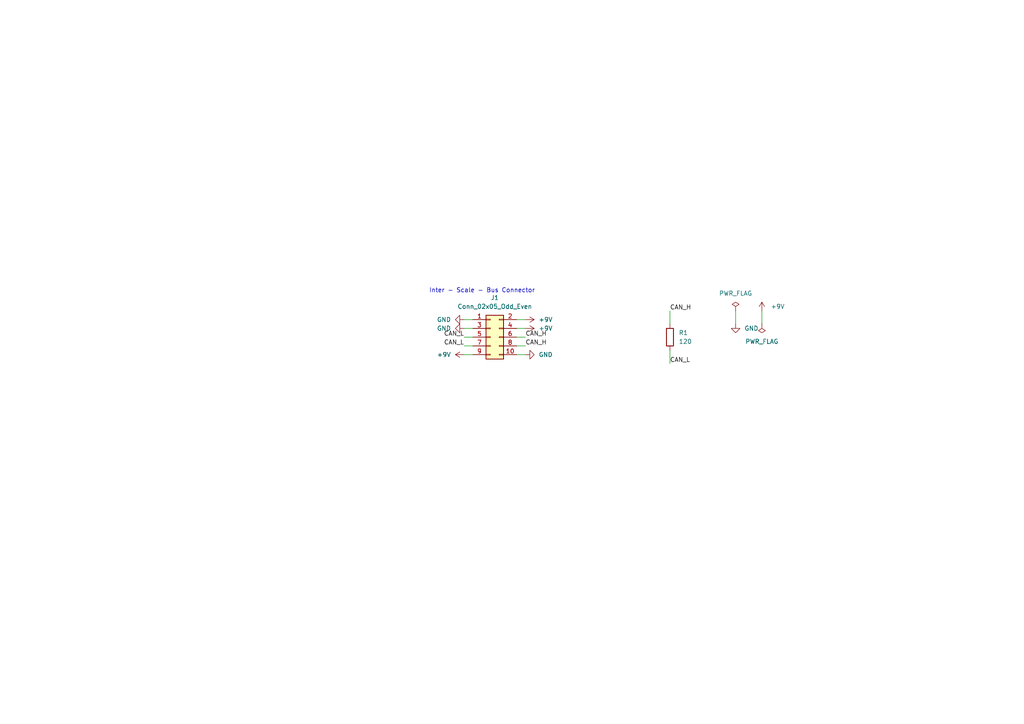
<source format=kicad_sch>
(kicad_sch (version 20211123) (generator eeschema)
  (paper "A4")
  (lib_symbols
    (symbol "Connector_Generic:Conn_02x05_Odd_Even" (pin_names (offset 1.016) hide)
      (property "Reference" "J" (at 1.27 7.62 0))
      (property "Value" "Conn_02x05_Odd_Even" (at 1.27 -7.62 0))
      (symbol "Conn_02x05_Odd_Even_1_1"
        (rectangle (start -1.27 -4.953) (end 0 -5.207) (stroke (width 0.1524)))
        (rectangle (start -1.27 -2.413) (end 0 -2.667) (stroke (width 0.1524)))
        (rectangle (start -1.27 0.127) (end 0 -0.127) (stroke (width 0.1524)))
        (rectangle (start -1.27 2.667) (end 0 2.413) (stroke (width 0.1524)))
        (rectangle (start -1.27 5.207) (end 0 4.953) (stroke (width 0.1524)))
        (rectangle (start -1.27 6.35) (end 3.81 -6.35) (stroke (width 0.254)) (fill (type background)))
        (rectangle (start 3.81 -4.953) (end 2.54 -5.207) (stroke (width 0.1524)))
        (rectangle (start 3.81 -2.413) (end 2.54 -2.667) (stroke (width 0.1524)))
        (rectangle (start 3.81 0.127) (end 2.54 -0.127) (stroke (width 0.1524)))
        (rectangle (start 3.81 2.667) (end 2.54 2.413) (stroke (width 0.1524)))
        (rectangle (start 3.81 5.207) (end 2.54 4.953) (stroke (width 0.1524)))
        (pin passive line (at -5.08 5.08 0) (length 3.81) (name "Pin_1") (number "1"))
        (pin passive line (at 7.62 -5.08 180) (length 3.81) (name "Pin_10") (number "10"))
        (pin passive line (at 7.62 5.08 180) (length 3.81) (name "Pin_2") (number "2"))
        (pin passive line (at -5.08 2.54 0) (length 3.81) (name "Pin_3") (number "3"))
        (pin passive line (at 7.62 2.54 180) (length 3.81) (name "Pin_4") (number "4"))
        (pin passive line (at -5.08 0 0) (length 3.81) (name "Pin_5") (number "5"))
        (pin passive line (at 7.62 0 180) (length 3.81) (name "Pin_6") (number "6"))
        (pin passive line (at -5.08 -2.54 0) (length 3.81) (name "Pin_7") (number "7"))
        (pin passive line (at 7.62 -2.54 180) (length 3.81) (name "Pin_8") (number "8"))
        (pin passive line (at -5.08 -5.08 0) (length 3.81) (name "Pin_9") (number "9"))
      )
    )
    (symbol "Device:R" (pin_numbers hide) (pin_names (offset 0))
      (property "Reference" "R" (at 2.032 0 90))
      (property "Value" "R" (at 0 0 90))
      (symbol "R_0_1"
        (rectangle (start -1.016 -2.54) (end 1.016 2.54) (stroke (width 0.254)))
      )
      (symbol "R_1_1"
        (pin passive line (at 0 3.81 270) (length 1.27) (name "~") (number "1"))
        (pin passive line (at 0 -3.81 90) (length 1.27) (name "~") (number "2"))
      )
    )
    (symbol "power:+9V" (power) (pin_names (offset 0))
      (property "Value" "+9V" (at 0 3.556 0))
      (symbol "+9V_0_1"
        (polyline (pts (xy -0.762 1.27) (xy 0 2.54)))
        (polyline (pts (xy 0 0) (xy 0 2.54)))
        (polyline (pts (xy 0 2.54) (xy 0.762 1.27)))
      )
      (symbol "+9V_1_1"
        (pin power_in line (at 0 0 90) (length 0) hide (name "+9V") (number "1"))
      )
    )
    (symbol "power:GND" (power) (pin_names (offset 0))
      (property "Value" "GND" (at 0 -3.81 0))
      (symbol "GND_0_1"
        (polyline (pts (xy 0 0) (xy 0 -1.27) (xy 1.27 -1.27) (xy 0 -2.54) (xy -1.27 -1.27) (xy 0 -1.27)))
      )
      (symbol "GND_1_1"
        (pin power_in line (at 0 0 270) (length 0) hide (name "GND") (number "1"))
      )
    )
    (symbol "power:PWR_FLAG" (power) (pin_numbers hide) (pin_names (offset 0) hide)
      (property "Value" "PWR_FLAG" (at 0 3.81 0))
      (symbol "PWR_FLAG_0_0"
        (pin power_out line (at 0 0 90) (length 0) (name "pwr") (number "1"))
      )
      (symbol "PWR_FLAG_0_1"
        (polyline (pts (xy 0 0) (xy 0 1.27) (xy -1.016 1.905) (xy 0 2.54) (xy 1.016 1.905) (xy 0 1.27)))
      )
    )
  )
  (wire (pts (xy 149.86 102.87) (xy 152.4 102.87)))
  (wire (pts (xy 149.86 95.25) (xy 152.4 95.25)))
  (wire (pts (xy 213.36 90.17) (xy 213.36 93.98)))
  (wire (pts (xy 134.62 97.79) (xy 137.16 97.79)))
  (wire (pts (xy 220.98 90.17) (xy 220.98 93.98)))
  (wire (pts (xy 134.62 92.71) (xy 137.16 92.71)))
  (wire (pts (xy 149.86 97.79) (xy 152.4 97.79)))
  (wire (pts (xy 149.86 92.71) (xy 152.4 92.71)))
  (wire (pts (xy 194.31 101.6) (xy 194.31 105.41)))
  (wire (pts (xy 134.62 100.33) (xy 137.16 100.33)))
  (wire (pts (xy 134.62 95.25) (xy 137.16 95.25)))
  (wire (pts (xy 149.86 100.33) (xy 152.4 100.33)))
  (wire (pts (xy 194.31 90.17) (xy 194.31 93.98)))
  (wire (pts (xy 134.62 102.87) (xy 137.16 102.87)))
  (text "Inter - Scale - Bus Connector" (at 124.46 85.09 0) (effects (font (size 1.27 1.27)) (justify left bottom)))
  (label "CAN_L" (at 134.62 97.79 180))
  (label "CAN_H" (at 152.4 97.79 0))
  (label "CAN_L" (at 134.62 100.33 180))
  (label "CAN_L" (at 194.31 105.41 0))
  (label "CAN_H" (at 152.4 100.33 0))
  (label "CAN_H" (at 194.31 90.17 0))
  (symbol (lib_id "power:+9V") (at 220.98 90.17 0) (unit 1)
    (property "Reference" "#PWR0101" (effects hide))
    (property "Value" "+9V" (at 223.52 88.8999 0) (effects (justify left)))
  )
  (symbol (lib_id "power:GND") (at 213.36 93.98 0) (unit 1)
    (property "Reference" "#PWR0102" (effects hide))
    (property "Value" "GND" (at 215.9 95.2499 0) (effects (justify left)))
  )
  (symbol (lib_id "Connector_Generic:Conn_02x05_Odd_Even") (at 142.24 97.79 0) (unit 1)
    (property "Reference" "J1" (at 143.51 86.36 0))
    (property "Value" "Conn_02x05_Odd_Even" (at 143.51 88.9 0))
    (property "Footprint" "Connector_PinSocket_2.54mm:PinSocket_2x05_P2.54mm_Horizontal" (effects hide))
  )
  (symbol (lib_id "power:PWR_FLAG") (at 220.98 93.98 180) (unit 1)
    (property "Reference" "#FLG0102" (effects hide))
    (property "Value" "PWR_FLAG" (at 220.98 99.06 0))
  )
  (symbol (lib_id "power:+9V") (at 134.62 102.87 90) (unit 1)
    (property "Reference" "#PWR03" (effects hide))
    (property "Value" "+9V" (at 130.81 102.8699 90) (effects (justify left)))
  )
  (symbol (lib_id "power:+9V") (at 152.4 95.25 270) (unit 1)
    (property "Reference" "#PWR05" (effects hide))
    (property "Value" "+9V" (at 156.21 95.2499 90) (effects (justify left)))
  )
  (symbol (lib_id "power:+9V") (at 152.4 92.71 270) (unit 1)
    (property "Reference" "#PWR04" (effects hide))
    (property "Value" "+9V" (at 156.21 92.7099 90) (effects (justify left)))
  )
  (symbol (lib_id "power:GND") (at 134.62 92.71 270) (unit 1)
    (property "Reference" "#PWR01" (effects hide))
    (property "Value" "GND" (at 130.81 92.7099 90) (effects (justify right)))
  )
  (symbol (lib_id "power:GND") (at 152.4 102.87 90) (unit 1)
    (property "Reference" "#PWR06" (effects hide))
    (property "Value" "GND" (at 156.21 102.8699 90) (effects (justify right)))
  )
  (symbol (lib_id "Device:R") (at 194.31 97.79 0) (unit 1)
    (property "Reference" "R1" (at 196.85 96.5199 0) (effects (justify left)))
    (property "Value" "120" (at 196.85 99.0599 0) (effects (justify left)))
    (property "Footprint" "Resistor_SMD:R_1206_3216Metric_Pad1.30x1.75mm_HandSolder" (effects hide))
  )
  (symbol (lib_id "power:GND") (at 134.62 95.25 270) (unit 1)
    (property "Reference" "#PWR02" (effects hide))
    (property "Value" "GND" (at 130.81 95.2499 90) (effects (justify right)))
  )
  (symbol (lib_id "power:PWR_FLAG") (at 213.36 90.17 0) (unit 1)
    (property "Reference" "#FLG0101" (effects hide))
    (property "Value" "PWR_FLAG" (at 213.36 85.09 0))
  )
)
</source>
